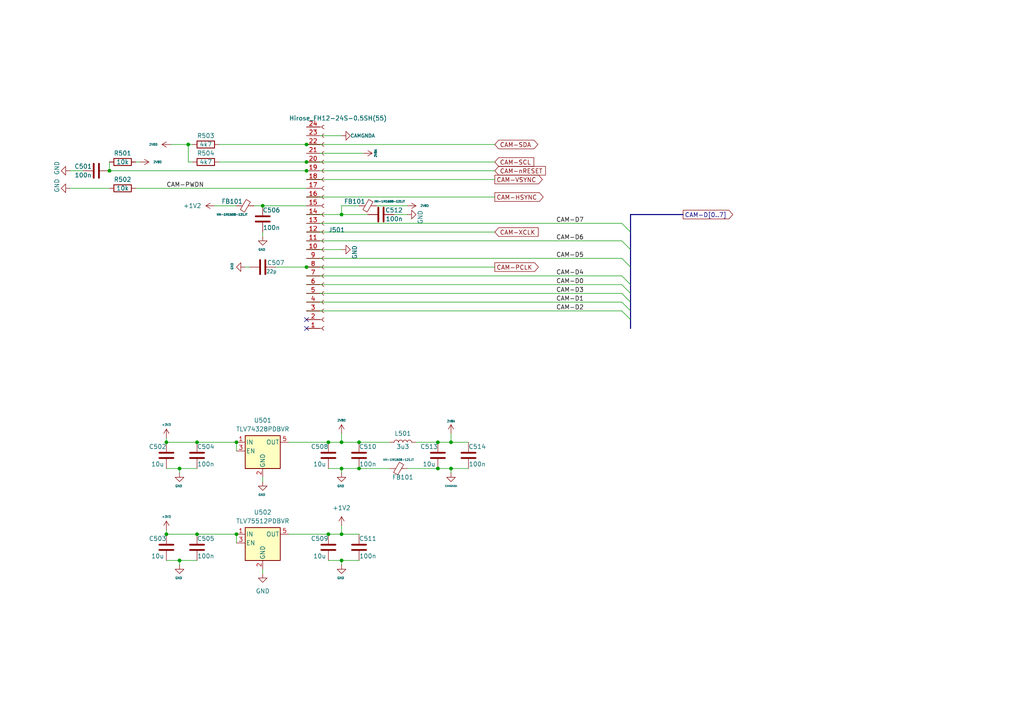
<source format=kicad_sch>
(kicad_sch (version 20230121) (generator eeschema)
  (paper "A4")
  (lib_symbols
    (symbol "Connector:Conn_01x24_Socket" (pin_names (offset 1.016) hide)
      (property "Reference" "J" (at 0 30.48 0))
      (property "Value" "Conn_01x24_Socket" (at 0 -33.02 0))
      (symbol "Conn_01x24_Socket_1_1"
        (arc (start 0 -29.972) (mid -0.5058 -30.48) (end 0 -30.988) (stroke (width 0.1524)))
        (arc (start 0 -27.432) (mid -0.5058 -27.94) (end 0 -28.448) (stroke (width 0.1524)))
        (arc (start 0 -24.892) (mid -0.5058 -25.4) (end 0 -25.908) (stroke (width 0.1524)))
        (arc (start 0 -22.352) (mid -0.5058 -22.86) (end 0 -23.368) (stroke (width 0.1524)))
        (arc (start 0 -19.812) (mid -0.5058 -20.32) (end 0 -20.828) (stroke (width 0.1524)))
        (arc (start 0 -17.272) (mid -0.5058 -17.78) (end 0 -18.288) (stroke (width 0.1524)))
        (arc (start 0 -14.732) (mid -0.5058 -15.24) (end 0 -15.748) (stroke (width 0.1524)))
        (arc (start 0 -12.192) (mid -0.5058 -12.7) (end 0 -13.208) (stroke (width 0.1524)))
        (arc (start 0 -9.652) (mid -0.5058 -10.16) (end 0 -10.668) (stroke (width 0.1524)))
        (arc (start 0 -7.112) (mid -0.5058 -7.62) (end 0 -8.128) (stroke (width 0.1524)))
        (arc (start 0 -4.572) (mid -0.5058 -5.08) (end 0 -5.588) (stroke (width 0.1524)))
        (arc (start 0 -2.032) (mid -0.5058 -2.54) (end 0 -3.048) (stroke (width 0.1524)))
        (polyline (pts (xy -1.27 -30.48) (xy -0.508 -30.48)) (stroke (width 0.1524)))
        (polyline (pts (xy -1.27 -27.94) (xy -0.508 -27.94)) (stroke (width 0.1524)))
        (polyline (pts (xy -1.27 -25.4) (xy -0.508 -25.4)) (stroke (width 0.1524)))
        (polyline (pts (xy -1.27 -22.86) (xy -0.508 -22.86)) (stroke (width 0.1524)))
        (polyline (pts (xy -1.27 -20.32) (xy -0.508 -20.32)) (stroke (width 0.1524)))
        (polyline (pts (xy -1.27 -17.78) (xy -0.508 -17.78)) (stroke (width 0.1524)))
        (polyline (pts (xy -1.27 -15.24) (xy -0.508 -15.24)) (stroke (width 0.1524)))
        (polyline (pts (xy -1.27 -12.7) (xy -0.508 -12.7)) (stroke (width 0.1524)))
        (polyline (pts (xy -1.27 -10.16) (xy -0.508 -10.16)) (stroke (width 0.1524)))
        (polyline (pts (xy -1.27 -7.62) (xy -0.508 -7.62)) (stroke (width 0.1524)))
        (polyline (pts (xy -1.27 -5.08) (xy -0.508 -5.08)) (stroke (width 0.1524)))
        (polyline (pts (xy -1.27 -2.54) (xy -0.508 -2.54)) (stroke (width 0.1524)))
        (polyline (pts (xy -1.27 0) (xy -0.508 0)) (stroke (width 0.1524)))
        (polyline (pts (xy -1.27 2.54) (xy -0.508 2.54)) (stroke (width 0.1524)))
        (polyline (pts (xy -1.27 5.08) (xy -0.508 5.08)) (stroke (width 0.1524)))
        (polyline (pts (xy -1.27 7.62) (xy -0.508 7.62)) (stroke (width 0.1524)))
        (polyline (pts (xy -1.27 10.16) (xy -0.508 10.16)) (stroke (width 0.1524)))
        (polyline (pts (xy -1.27 12.7) (xy -0.508 12.7)) (stroke (width 0.1524)))
        (polyline (pts (xy -1.27 15.24) (xy -0.508 15.24)) (stroke (width 0.1524)))
        (polyline (pts (xy -1.27 17.78) (xy -0.508 17.78)) (stroke (width 0.1524)))
        (polyline (pts (xy -1.27 20.32) (xy -0.508 20.32)) (stroke (width 0.1524)))
        (polyline (pts (xy -1.27 22.86) (xy -0.508 22.86)) (stroke (width 0.1524)))
        (polyline (pts (xy -1.27 25.4) (xy -0.508 25.4)) (stroke (width 0.1524)))
        (polyline (pts (xy -1.27 27.94) (xy -0.508 27.94)) (stroke (width 0.1524)))
        (arc (start 0 0.508) (mid -0.5058 0) (end 0 -0.508) (stroke (width 0.1524)))
        (arc (start 0 3.048) (mid -0.5058 2.54) (end 0 2.032) (stroke (width 0.1524)))
        (arc (start 0 5.588) (mid -0.5058 5.08) (end 0 4.572) (stroke (width 0.1524)))
        (arc (start 0 8.128) (mid -0.5058 7.62) (end 0 7.112) (stroke (width 0.1524)))
        (arc (start 0 10.668) (mid -0.5058 10.16) (end 0 9.652) (stroke (width 0.1524)))
        (arc (start 0 13.208) (mid -0.5058 12.7) (end 0 12.192) (stroke (width 0.1524)))
        (arc (start 0 15.748) (mid -0.5058 15.24) (end 0 14.732) (stroke (width 0.1524)))
        (arc (start 0 18.288) (mid -0.5058 17.78) (end 0 17.272) (stroke (width 0.1524)))
        (arc (start 0 20.828) (mid -0.5058 20.32) (end 0 19.812) (stroke (width 0.1524)))
        (arc (start 0 23.368) (mid -0.5058 22.86) (end 0 22.352) (stroke (width 0.1524)))
        (arc (start 0 25.908) (mid -0.5058 25.4) (end 0 24.892) (stroke (width 0.1524)))
        (arc (start 0 28.448) (mid -0.5058 27.94) (end 0 27.432) (stroke (width 0.1524)))
        (pin passive line (at -5.08 27.94 0) (length 3.81) (name "Pin_1") (number "1"))
        (pin passive line (at -5.08 5.08 0) (length 3.81) (name "Pin_10") (number "10"))
        (pin passive line (at -5.08 2.54 0) (length 3.81) (name "Pin_11") (number "11"))
        (pin passive line (at -5.08 0 0) (length 3.81) (name "Pin_12") (number "12"))
        (pin passive line (at -5.08 -2.54 0) (length 3.81) (name "Pin_13") (number "13"))
        (pin passive line (at -5.08 -5.08 0) (length 3.81) (name "Pin_14") (number "14"))
        (pin passive line (at -5.08 -7.62 0) (length 3.81) (name "Pin_15") (number "15"))
        (pin passive line (at -5.08 -10.16 0) (length 3.81) (name "Pin_16") (number "16"))
        (pin passive line (at -5.08 -12.7 0) (length 3.81) (name "Pin_17") (number "17"))
        (pin passive line (at -5.08 -15.24 0) (length 3.81) (name "Pin_18") (number "18"))
        (pin passive line (at -5.08 -17.78 0) (length 3.81) (name "Pin_19") (number "19"))
        (pin passive line (at -5.08 25.4 0) (length 3.81) (name "Pin_2") (number "2"))
        (pin passive line (at -5.08 -20.32 0) (length 3.81) (name "Pin_20") (number "20"))
        (pin passive line (at -5.08 -22.86 0) (length 3.81) (name "Pin_21") (number "21"))
        (pin passive line (at -5.08 -25.4 0) (length 3.81) (name "Pin_22") (number "22"))
        (pin passive line (at -5.08 -27.94 0) (length 3.81) (name "Pin_23") (number "23"))
        (pin passive line (at -5.08 -30.48 0) (length 3.81) (name "Pin_24") (number "24"))
        (pin passive line (at -5.08 22.86 0) (length 3.81) (name "Pin_3") (number "3"))
        (pin passive line (at -5.08 20.32 0) (length 3.81) (name "Pin_4") (number "4"))
        (pin passive line (at -5.08 17.78 0) (length 3.81) (name "Pin_5") (number "5"))
        (pin passive line (at -5.08 15.24 0) (length 3.81) (name "Pin_6") (number "6"))
        (pin passive line (at -5.08 12.7 0) (length 3.81) (name "Pin_7") (number "7"))
        (pin passive line (at -5.08 10.16 0) (length 3.81) (name "Pin_8") (number "8"))
        (pin passive line (at -5.08 7.62 0) (length 3.81) (name "Pin_9") (number "9"))
      )
    )
    (symbol "Device:C" (pin_numbers hide) (pin_names (offset 0.254))
      (property "Reference" "C" (at 0.635 2.54 0))
      (property "Value" "C" (at 0.635 -2.54 0))
      (symbol "C_0_1"
        (polyline (pts (xy -2.032 -0.762) (xy 2.032 -0.762)) (stroke (width 0.508)))
        (polyline (pts (xy -2.032 0.762) (xy 2.032 0.762)) (stroke (width 0.508)))
      )
      (symbol "C_1_1"
        (pin passive line (at 0 3.81 270) (length 2.794) (name "~") (number "1"))
        (pin passive line (at 0 -3.81 90) (length 2.794) (name "~") (number "2"))
      )
    )
    (symbol "Device:Ferrite_Bead_Small" (pin_numbers hide) (pin_names (offset 0))
      (property "Reference" "FB" (at 1.905 1.27 0))
      (property "Value" "Device_Ferrite_Bead_Small" (at 1.905 -1.27 0))
      (symbol "Ferrite_Bead_Small_0_1"
        (polyline (pts (xy 0 -1.27) (xy 0 -0.7874)))
        (polyline (pts (xy 0 0.889) (xy 0 1.2954)))
        (polyline (pts (xy -1.8288 0.2794) (xy -1.1176 1.4986) (xy 1.8288 -0.2032) (xy 1.1176 -1.4224) (xy -1.8288 0.2794)))
      )
      (symbol "Ferrite_Bead_Small_1_1"
        (pin passive line (at 0 2.54 270) (length 1.27) (name "~") (number "1"))
        (pin passive line (at 0 -2.54 90) (length 1.27) (name "~") (number "2"))
      )
    )
    (symbol "Device:L" (pin_numbers hide) (pin_names (offset 1.016) hide)
      (property "Reference" "L" (at -1.27 0 90))
      (property "Value" "L" (at 1.905 0 90))
      (symbol "L_0_1"
        (arc (start 0 -2.54) (mid 0.6323 -1.905) (end 0 -1.27))
        (arc (start 0 -1.27) (mid 0.6323 -0.635) (end 0 0))
        (arc (start 0 0) (mid 0.6323 0.635) (end 0 1.27))
        (arc (start 0 1.27) (mid 0.6323 1.905) (end 0 2.54))
      )
      (symbol "L_1_1"
        (pin passive line (at 0 3.81 270) (length 1.27) (name "1") (number "1"))
        (pin passive line (at 0 -3.81 90) (length 1.27) (name "2") (number "2"))
      )
    )
    (symbol "Device:R" (pin_numbers hide) (pin_names (offset 0))
      (property "Reference" "R" (at 2.032 0 90))
      (property "Value" "R" (at 0 0 90))
      (symbol "R_0_1"
        (rectangle (start -1.016 -2.54) (end 1.016 2.54) (stroke (width 0.254)))
      )
      (symbol "R_1_1"
        (pin passive line (at 0 3.81 270) (length 1.27) (name "~") (number "1"))
        (pin passive line (at 0 -3.81 90) (length 1.27) (name "~") (number "2"))
      )
    )
    (symbol "Project_Specific_Power:+2V8A" (power) (pin_names (offset 0))
      (property "Value" "+2V8A" (at 0 3.556 0))
      (symbol "+2V8A_0_1"
        (polyline (pts (xy -0.762 1.27) (xy 0 2.54)))
        (polyline (pts (xy 0 0) (xy 0 2.54)))
        (polyline (pts (xy 0 2.54) (xy 0.762 1.27)))
      )
      (symbol "+2V8A_1_1"
        (pin power_in line (at 0 0 90) (length 0) hide (name "2V8A") (number "1"))
      )
    )
    (symbol "Project_Specific_Power:+2V8D" (power) (pin_names (offset 0))
      (property "Value" "+2V8D" (at 0 3.556 0))
      (symbol "+2V8D_0_1"
        (polyline (pts (xy -0.762 1.27) (xy 0 2.54)))
        (polyline (pts (xy 0 0) (xy 0 2.54)))
        (polyline (pts (xy 0 2.54) (xy 0.762 1.27)))
      )
      (symbol "+2V8D_1_1"
        (pin power_in line (at 0 0 90) (length 0) hide (name "2V8D") (number "1"))
      )
    )
    (symbol "Project_Specific_Power:+3V3" (power) (pin_names (offset 0))
      (property "Value" "+3V3" (at 0 3.175 0))
      (symbol "+3V3_0_1"
        (polyline (pts (xy -0.762 1.27) (xy 0 2.54)))
        (polyline (pts (xy 0 0) (xy 0 2.54)))
        (polyline (pts (xy 0 2.54) (xy 0.762 1.27)))
      )
      (symbol "+3V3_1_1"
        (pin power_in line (at 0 0 90) (length 0) hide (name "+3V3") (number "1"))
      )
    )
    (symbol "Project_Specific_Power:CAM_GNDA" (power) (pin_names (offset 0))
      (property "Value" "CAM_GNDA" (at 0 -2.9972 0))
      (symbol "CAM_GNDA_0_1"
        (polyline (pts (xy 0 0) (xy 0 -1.27) (xy 1.27 -1.27) (xy 0 -2.54) (xy -1.27 -1.27) (xy 0 -1.27)))
      )
      (symbol "CAM_GNDA_1_1"
        (pin power_in line (at 0 0 270) (length 0) hide (name "CAMGNDA") (number "1"))
      )
    )
    (symbol "Regulator_Linear:TLV70215_SOT23-5" (pin_names (offset 0.254))
      (property "Reference" "U" (at -3.81 5.715 0))
      (property "Value" "TLV70215_SOT23-5" (at 0 5.715 0))
      (symbol "TLV70215_SOT23-5_0_1"
        (rectangle (start -5.08 4.445) (end 5.08 -5.08) (stroke (width 0.254)) (fill (type background)))
      )
      (symbol "TLV70215_SOT23-5_1_1"
        (pin power_in line (at -7.62 2.54 0) (length 2.54) (name "IN") (number "1"))
        (pin power_in line (at 0 -7.62 90) (length 2.54) (name "GND") (number "2"))
        (pin input line (at -7.62 0 0) (length 2.54) (name "EN") (number "3"))
        (pin no_connect line (at 5.08 0 180) (length 2.54) hide (name "NC") (number "4"))
        (pin power_out line (at 7.62 2.54 180) (length 2.54) (name "OUT") (number "5"))
      )
    )
    (symbol "power:+1V2" (power) (pin_names (offset 0))
      (property "Value" "+1V2" (at 0 3.556 0))
      (symbol "+1V2_0_1"
        (polyline (pts (xy -0.762 1.27) (xy 0 2.54)))
        (polyline (pts (xy 0 0) (xy 0 2.54)))
        (polyline (pts (xy 0 2.54) (xy 0.762 1.27)))
      )
      (symbol "+1V2_1_1"
        (pin power_in line (at 0 0 90) (length 0) hide (name "+1V2") (number "1"))
      )
    )
    (symbol "power:GND" (power) (pin_names (offset 0))
      (property "Value" "GND" (at 0 -3.81 0))
      (symbol "GND_0_1"
        (polyline (pts (xy 0 0) (xy 0 -1.27) (xy 1.27 -1.27) (xy 0 -2.54) (xy -1.27 -1.27) (xy 0 -1.27)))
      )
      (symbol "GND_1_1"
        (pin power_in line (at 0 0 270) (length 0) hide (name "GND") (number "1"))
      )
    )
  )
  (junction (at 99.06 162.56))
  (junction (at 130.81 135.89))
  (junction (at 130.81 128.27))
  (junction (at 88.9 49.53))
  (junction (at 99.06 128.27))
  (junction (at 57.15 154.94))
  (junction (at 48.26 128.27))
  (junction (at 88.9 46.99))
  (junction (at 31.75 49.53))
  (junction (at 68.58 154.94))
  (junction (at 99.06 135.89))
  (junction (at 99.06 154.94))
  (junction (at 127 135.89))
  (junction (at 54.61 41.91))
  (junction (at 48.26 154.94))
  (junction (at 68.58 128.27))
  (junction (at 52.07 162.56))
  (junction (at 99.06 62.23))
  (junction (at 52.07 135.89))
  (junction (at 104.14 128.27))
  (junction (at 76.2 59.69))
  (junction (at 104.14 135.89))
  (junction (at 57.15 128.27))
  (junction (at 127 128.27))
  (junction (at 95.25 154.94))
  (junction (at 88.9 77.47))
  (junction (at 95.25 128.27))
  (junction (at 88.9 41.91))
  (no_connect (at 88.9 92.71))
  (no_connect (at 88.9 95.25))
  (bus_entry (at 180.34 80.01) (size 2.54 2.54))
  (bus_entry (at 180.34 90.17) (size 2.54 2.54))
  (bus_entry (at 180.34 74.93) (size 2.54 2.54))
  (bus_entry (at 180.34 64.77) (size 2.54 2.54))
  (bus_entry (at 180.34 87.63) (size 2.54 2.54))
  (bus_entry (at 180.34 82.55) (size 2.54 2.54))
  (bus_entry (at 180.34 69.85) (size 2.54 2.54))
  (bus_entry (at 180.34 85.09) (size 2.54 2.54))
  (wire (pts (xy 88.9 64.77) (xy 180.34 64.77)))
  (wire (pts (xy 99.06 59.69) (xy 99.06 62.23)))
  (wire (pts (xy 88.9 39.37) (xy 99.06 39.37)))
  (wire (pts (xy 31.75 49.53) (xy 31.75 46.99)))
  (wire (pts (xy 88.9 57.15) (xy 143.51 57.15)))
  (wire (pts (xy 48.26 127) (xy 48.26 128.27)))
  (bus (pts (xy 182.88 67.31) (xy 182.88 62.23)))
  (wire (pts (xy 118.11 135.89) (xy 127 135.89)))
  (wire (pts (xy 20.32 49.53) (xy 24.13 49.53)))
  (wire (pts (xy 99.06 154.94) (xy 104.14 154.94)))
  (wire (pts (xy 99.06 162.56) (xy 104.14 162.56)))
  (bus (pts (xy 182.88 90.17) (xy 182.88 87.63)))
  (wire (pts (xy 88.9 52.07) (xy 143.51 52.07)))
  (wire (pts (xy 88.9 80.01) (xy 180.34 80.01)))
  (wire (pts (xy 104.14 128.27) (xy 113.03 128.27)))
  (wire (pts (xy 48.26 135.89) (xy 52.07 135.89)))
  (wire (pts (xy 52.07 162.56) (xy 52.07 163.83)))
  (wire (pts (xy 52.07 162.56) (xy 57.15 162.56)))
  (wire (pts (xy 83.82 128.27) (xy 95.25 128.27)))
  (wire (pts (xy 73.66 59.69) (xy 76.2 59.69)))
  (bus (pts (xy 182.88 62.23) (xy 198.12 62.23)))
  (wire (pts (xy 57.15 128.27) (xy 68.58 128.27)))
  (wire (pts (xy 76.2 59.69) (xy 88.9 59.69)))
  (wire (pts (xy 95.25 128.27) (xy 99.06 128.27)))
  (wire (pts (xy 114.3 62.23) (xy 118.11 62.23)))
  (bus (pts (xy 182.88 92.71) (xy 182.88 90.17)))
  (wire (pts (xy 99.06 128.27) (xy 104.14 128.27)))
  (wire (pts (xy 130.81 125.73) (xy 130.81 128.27)))
  (wire (pts (xy 99.06 162.56) (xy 99.06 163.83)))
  (wire (pts (xy 99.06 125.73) (xy 99.06 128.27)))
  (wire (pts (xy 48.26 153.67) (xy 48.26 154.94)))
  (wire (pts (xy 99.06 135.89) (xy 99.06 137.16)))
  (wire (pts (xy 88.9 85.09) (xy 180.34 85.09)))
  (bus (pts (xy 182.88 72.39) (xy 182.88 67.31)))
  (wire (pts (xy 31.75 49.53) (xy 88.9 49.53)))
  (wire (pts (xy 63.5 46.99) (xy 88.9 46.99)))
  (wire (pts (xy 88.9 46.99) (xy 143.51 46.99)))
  (wire (pts (xy 48.26 154.94) (xy 57.15 154.94)))
  (wire (pts (xy 104.14 59.69) (xy 99.06 59.69)))
  (bus (pts (xy 182.88 77.47) (xy 182.88 72.39)))
  (wire (pts (xy 39.37 46.99) (xy 40.64 46.99)))
  (wire (pts (xy 88.9 69.85) (xy 180.34 69.85)))
  (wire (pts (xy 55.88 46.99) (xy 54.61 46.99)))
  (bus (pts (xy 182.88 95.25) (xy 182.88 92.71)))
  (wire (pts (xy 39.37 54.61) (xy 88.9 54.61)))
  (wire (pts (xy 95.25 135.89) (xy 99.06 135.89)))
  (wire (pts (xy 52.07 135.89) (xy 57.15 135.89)))
  (wire (pts (xy 104.14 135.89) (xy 113.03 135.89)))
  (wire (pts (xy 127 135.89) (xy 130.81 135.89)))
  (wire (pts (xy 130.81 128.27) (xy 135.89 128.27)))
  (wire (pts (xy 88.9 82.55) (xy 180.34 82.55)))
  (wire (pts (xy 88.9 77.47) (xy 143.51 77.47)))
  (wire (pts (xy 71.12 77.47) (xy 72.39 77.47)))
  (wire (pts (xy 88.9 67.31) (xy 143.51 67.31)))
  (wire (pts (xy 76.2 138.43) (xy 76.2 139.7)))
  (wire (pts (xy 76.2 165.1) (xy 76.2 166.37)))
  (bus (pts (xy 182.88 85.09) (xy 182.88 82.55)))
  (wire (pts (xy 88.9 72.39) (xy 99.06 72.39)))
  (wire (pts (xy 88.9 90.17) (xy 180.34 90.17)))
  (wire (pts (xy 57.15 154.94) (xy 68.58 154.94)))
  (wire (pts (xy 130.81 135.89) (xy 135.89 135.89)))
  (wire (pts (xy 83.82 154.94) (xy 95.25 154.94)))
  (wire (pts (xy 99.06 152.4) (xy 99.06 154.94)))
  (wire (pts (xy 62.23 59.69) (xy 68.58 59.69)))
  (wire (pts (xy 95.25 154.94) (xy 99.06 154.94)))
  (wire (pts (xy 99.06 62.23) (xy 106.68 62.23)))
  (wire (pts (xy 68.58 128.27) (xy 68.58 130.81)))
  (wire (pts (xy 80.01 77.47) (xy 88.9 77.47)))
  (wire (pts (xy 88.9 62.23) (xy 99.06 62.23)))
  (wire (pts (xy 49.53 41.91) (xy 54.61 41.91)))
  (wire (pts (xy 52.07 135.89) (xy 52.07 137.16)))
  (wire (pts (xy 68.58 154.94) (xy 68.58 157.48)))
  (wire (pts (xy 88.9 87.63) (xy 180.34 87.63)))
  (wire (pts (xy 127 128.27) (xy 130.81 128.27)))
  (wire (pts (xy 99.06 135.89) (xy 104.14 135.89)))
  (wire (pts (xy 88.9 49.53) (xy 143.51 49.53)))
  (wire (pts (xy 76.2 67.31) (xy 76.2 68.58)))
  (wire (pts (xy 109.22 59.69) (xy 118.11 59.69)))
  (wire (pts (xy 130.81 135.89) (xy 130.81 137.16)))
  (wire (pts (xy 48.26 128.27) (xy 57.15 128.27)))
  (wire (pts (xy 88.9 44.45) (xy 105.41 44.45)))
  (wire (pts (xy 54.61 41.91) (xy 54.61 46.99)))
  (wire (pts (xy 63.5 41.91) (xy 88.9 41.91)))
  (wire (pts (xy 88.9 74.93) (xy 180.34 74.93)))
  (bus (pts (xy 182.88 87.63) (xy 182.88 85.09)))
  (wire (pts (xy 48.26 162.56) (xy 52.07 162.56)))
  (wire (pts (xy 120.65 128.27) (xy 127 128.27)))
  (wire (pts (xy 20.32 54.61) (xy 31.75 54.61)))
  (wire (pts (xy 88.9 41.91) (xy 143.51 41.91)))
  (wire (pts (xy 95.25 162.56) (xy 99.06 162.56)))
  (bus (pts (xy 182.88 82.55) (xy 182.88 77.47)))
  (wire (pts (xy 54.61 41.91) (xy 55.88 41.91)))
  (label "CAM-D6" (at 161.29 69.85 0))
  (label "CAM-D2" (at 161.29 90.17 0))
  (label "CAM-D3" (at 161.29 85.09 0))
  (label "CAM-D4" (at 161.29 80.01 0))
  (label "CAM-PWDN" (at 48.26 54.61 0))
  (label "CAM-D0" (at 161.29 82.55 0))
  (label "CAM-D1" (at 161.29 87.63 0))
  (label "CAM-D5" (at 161.29 74.93 0))
  (label "CAM-D7" (at 161.29 64.77 0))
  (global_label "CAM-HSYNC" (shape output) (at 143.51 57.15 0) (property "Intersheetrefs" "${INTERSHEET_REFS}" (at 158.0273 57.15 0) (effects (justify left))))
  (global_label "CAM-VSYNC" (shape output) (at 143.51 52.07 0) (property "Intersheetrefs" "${INTERSHEET_REFS}" (at 157.7854 52.07 0) (effects (justify left))))
  (global_label "CAM-D[0..7]" (shape output) (at 198.12 62.23 0) (property "Intersheetrefs" "${INTERSHEET_REFS}" (at 213.0796 62.23 0) (effects (justify left))))
  (global_label "CAM-XCLK" (shape input) (at 143.51 67.31 0) (property "Intersheetrefs" "${INTERSHEET_REFS}" (at 156.5758 67.31 0) (effects (justify left))))
  (global_label "CAM-SDA" (shape bidirectional) (at 143.51 41.91 0) (property "Intersheetrefs" "${INTERSHEET_REFS}" (at 156.4776 41.91 0) (effects (justify left))))
  (global_label "CAM-nRESET" (shape input) (at 143.51 49.53 0) (property "Intersheetrefs" "${INTERSHEET_REFS}" (at 158.6923 49.53 0) (effects (justify left))))
  (global_label "CAM-PCLK" (shape output) (at 143.51 77.47 0) (property "Intersheetrefs" "${INTERSHEET_REFS}" (at 156.6363 77.47 0) (effects (justify left))))
  (global_label "CAM-SCL" (shape input) (at 143.51 46.99 0) (property "Intersheetrefs" "${INTERSHEET_REFS}" (at 155.3058 46.99 0) (effects (justify left))))
  (symbol (lib_id "power:GND") (at 76.2 166.37 0) (unit 1)
    (property "Reference" "#PWR0513" (effects hide))
    (property "Value" "GND" (at 76.2 171.45 0))
  )
  (symbol (lib_id "Project_Specific_Power:+2V8A") (at 130.81 125.73 0) (unit 1)
    (property "Reference" "#PWR0523" (effects hide))
    (property "Value" "+2V8A" (at 130.81 122.174 0) (effects (font (size 0.635 0.635))))
  )
  (symbol (lib_id "power:GND") (at 99.06 163.83 0) (unit 1)
    (property "Reference" "#PWR0519" (effects hide))
    (property "Value" "GND" (at 97.79 167.64 0) (effects (font (size 0.635 0.635)) (justify left)))
  )
  (symbol (lib_id "Project_Specific_Power:CAM_GNDA") (at 130.81 137.16 0) (unit 1)
    (property "Reference" "#PWR0524" (effects hide))
    (property "Value" "CAM_GNDA" (at 130.81 140.97 0) (effects (font (size 0.508 0.508))))
  )
  (symbol (lib_id "Project_Specific_Power:+2V8A") (at 105.41 44.45 270) (unit 1)
    (property "Reference" "#PWR0520" (effects hide))
    (property "Value" "+2V8A" (at 108.966 44.45 0) (effects (font (size 0.635 0.635))))
  )
  (symbol (lib_id "Regulator_Linear:TLV70215_SOT23-5") (at 76.2 157.48 0) (unit 1)
    (property "Reference" "U502" (at 76.2 148.59 0))
    (property "Value" "TLV75512PDBVR" (at 76.2 151.13 0))
    (property "Footprint" "Package_TO_SOT_SMD:SOT-23-5" (effects hide))
    (property "Datasheet" "https://www.ti.com/lit/ds/symlink/tlv743p.pdf" (effects hide))
  )
  (symbol (lib_id "Device:R") (at 59.69 41.91 90) (unit 1)
    (property "Reference" "R503" (at 59.69 39.37 90))
    (property "Value" "4k7" (at 59.69 41.91 90))
    (property "Footprint" "Resistor_SMD:R_0402_1005Metric" (effects hide))
  )
  (symbol (lib_id "power:+1V2") (at 62.23 59.69 90) (unit 1)
    (property "Reference" "#PWR0509" (effects hide))
    (property "Value" "+1V2" (at 58.42 59.69 90) (effects (justify left)))
  )
  (symbol (lib_id "Project_Specific_Power:+3V3") (at 48.26 153.67 0) (unit 1)
    (property "Reference" "#PWR0505" (effects hide))
    (property "Value" "+3V3" (at 48.26 149.86 0) (effects (font (size 0.635 0.635))))
  )
  (symbol (lib_id "Device:C") (at 104.14 132.08 180) (unit 1)
    (property "Reference" "C510" (at 106.68 129.54 0))
    (property "Value" "100n" (at 106.68 134.62 0))
    (property "Footprint" "Capacitor_SMD:C_0402_1005Metric" (effects hide))
  )
  (symbol (lib_id "Device:C") (at 27.94 49.53 270) (unit 1)
    (property "Reference" "C501" (at 24.13 48.26 90))
    (property "Value" "100n" (at 24.13 50.8 90))
    (property "Footprint" "Capacitor_SMD:C_0402_1005Metric" (effects hide))
  )
  (symbol (lib_id "Device:C") (at 104.14 158.75 180) (unit 1)
    (property "Reference" "C511" (at 106.68 156.21 0))
    (property "Value" "100n" (at 106.68 161.29 0))
    (property "Footprint" "Capacitor_SMD:C_0402_1005Metric" (effects hide))
  )
  (symbol (lib_id "Device:C") (at 57.15 158.75 180) (unit 1)
    (property "Reference" "C505" (at 59.69 156.21 0))
    (property "Value" "100n" (at 59.69 161.29 0))
    (property "Footprint" "Capacitor_SMD:C_0402_1005Metric" (effects hide))
  )
  (symbol (lib_id "power:GND") (at 20.32 54.61 270) (unit 1)
    (property "Reference" "#PWR0502" (effects hide))
    (property "Value" "GND" (at 16.51 55.88 0) (effects (justify right)))
  )
  (symbol (lib_id "power:GND") (at 71.12 77.47 270) (unit 1)
    (property "Reference" "#PWR0510" (effects hide))
    (property "Value" "GND" (at 67.31 76.2 0) (effects (font (size 0.635 0.635)) (justify left)))
  )
  (symbol (lib_id "Device:Ferrite_Bead_Small") (at 115.57 135.89 270) (unit 1)
    (property "Reference" "FB101" (at 116.84 138.43 90))
    (property "Value" "HH-1M1608-121JT" (at 115.57 133.35 90) (effects (font (size 0.6 0.6))))
    (property "Footprint" "Project_Specific_Passives:FB_0603_1608Metric" (effects hide))
    (instances (project "gateway-LoRa-T1L" (path "" (reference "FB101") (unit 1))) (project "ToffeeCam" (path "" (reference "FB1") (unit 1)) (path "" (reference "FB203") (unit 1)) (path "" (reference "FB503") (unit 1))))
  )
  (symbol (lib_id "Regulator_Linear:TLV70215_SOT23-5") (at 76.2 130.81 0) (unit 1)
    (property "Reference" "U501" (at 76.2 121.92 0))
    (property "Value" "TLV74328PDBVR" (at 76.2 124.46 0))
    (property "Footprint" "Package_TO_SOT_SMD:SOT-23-5" (effects hide))
    (property "Datasheet" "https://www.ti.com/lit/ds/symlink/tlv743p.pdf" (effects hide))
  )
  (symbol (lib_id "power:GND") (at 118.11 62.23 90) (unit 1)
    (property "Reference" "#PWR0522" (effects hide))
    (property "Value" "GND" (at 121.92 60.96 0) (effects (justify right)))
  )
  (symbol (lib_id "Device:R") (at 59.69 46.99 90) (unit 1)
    (property "Reference" "R504" (at 59.69 44.45 90))
    (property "Value" "4k7" (at 59.69 46.99 90))
    (property "Footprint" "Resistor_SMD:R_0402_1005Metric" (effects hide))
  )
  (symbol (lib_id "power:GND") (at 52.07 137.16 0) (unit 1)
    (property "Reference" "#PWR0507" (effects hide))
    (property "Value" "GND" (at 50.8 140.97 0) (effects (font (size 0.635 0.635)) (justify left)))
  )
  (symbol (lib_id "Device:C") (at 135.89 132.08 180) (unit 1)
    (property "Reference" "C514" (at 138.43 129.54 0))
    (property "Value" "100n" (at 138.43 134.62 0))
    (property "Footprint" "Capacitor_SMD:C_0402_1005Metric" (effects hide))
  )
  (symbol (lib_id "Device:C") (at 95.25 158.75 180) (unit 1)
    (property "Reference" "C509" (at 92.71 156.21 0))
    (property "Value" "10u" (at 92.71 161.29 0))
    (property "Footprint" "Capacitor_SMD:C_0603_1608Metric" (effects hide))
  )
  (symbol (lib_id "power:GND") (at 76.2 139.7 0) (unit 1)
    (property "Reference" "#PWR0512" (effects hide))
    (property "Value" "GND" (at 74.93 143.51 0) (effects (font (size 0.635 0.635)) (justify left)))
  )
  (symbol (lib_id "Device:Ferrite_Bead_Small") (at 71.12 59.69 270) (unit 1)
    (property "Reference" "FB101" (at 67.31 58.42 90))
    (property "Value" "HH-1M1608-121JT" (at 67.31 62.23 90) (effects (font (size 0.6 0.6))))
    (property "Footprint" "Project_Specific_Passives:FB_0603_1608Metric" (effects hide))
    (instances (project "gateway-LoRa-T1L" (path "" (reference "FB101") (unit 1))) (project "ToffeeCam" (path "" (reference "FB1") (unit 1)) (path "" (reference "FB201") (unit 1)) (path "" (reference "FB501") (unit 1))))
  )
  (symbol (lib_id "power:GND") (at 20.32 49.53 270) (unit 1)
    (property "Reference" "#PWR0501" (effects hide))
    (property "Value" "GND" (at 16.51 50.8 0) (effects (justify right)))
  )
  (symbol (lib_id "Project_Specific_Power:+2V8D") (at 118.11 59.69 270) (unit 1)
    (property "Reference" "#PWR0521" (effects hide))
    (property "Value" "+2V8D" (at 121.92 59.69 90) (effects (font (size 0.635 0.635)) (justify left)))
  )
  (symbol (lib_id "Device:C") (at 76.2 77.47 90) (unit 1)
    (property "Reference" "C507" (at 80.01 76.2 90))
    (property "Value" "22p" (at 78.74 78.74 90) (effects (font (size 1.016 1.016))))
    (property "Footprint" "Capacitor_SMD:C_0402_1005Metric" (effects hide))
  )
  (symbol (lib_id "Project_Specific_Power:+2V8D") (at 99.06 125.73 0) (unit 1)
    (property "Reference" "#PWR0516" (effects hide))
    (property "Value" "+2V8D" (at 99.06 121.92 0) (effects (font (size 0.635 0.635))))
  )
  (symbol (lib_id "Device:C") (at 48.26 158.75 180) (unit 1)
    (property "Reference" "C503" (at 45.72 156.21 0))
    (property "Value" "10u" (at 45.72 161.29 0))
    (property "Footprint" "Capacitor_SMD:C_0603_1608Metric" (effects hide))
  )
  (symbol (lib_id "power:GND") (at 99.06 137.16 0) (unit 1)
    (property "Reference" "#PWR0517" (effects hide))
    (property "Value" "GND" (at 97.79 140.97 0) (effects (font (size 0.635 0.635)) (justify left)))
  )
  (symbol (lib_id "Device:C") (at 95.25 132.08 180) (unit 1)
    (property "Reference" "C508" (at 92.71 129.54 0))
    (property "Value" "10u" (at 92.71 134.62 0))
    (property "Footprint" "Capacitor_SMD:C_0603_1608Metric" (effects hide))
  )
  (symbol (lib_id "Project_Specific_Power:CAM_GNDA") (at 99.06 39.37 90) (unit 1)
    (property "Reference" "#PWR0514" (effects hide))
    (property "Value" "CAM_GNDA" (at 101.6 39.37 90) (effects (font (size 1.016 1.016)) (justify right)))
  )
  (symbol (lib_id "Device:R") (at 35.56 54.61 90) (unit 1)
    (property "Reference" "R502" (at 35.56 52.07 90))
    (property "Value" "10k" (at 35.56 54.61 90))
    (property "Footprint" "Resistor_SMD:R_0402_1005Metric" (effects hide))
  )
  (symbol (lib_id "Project_Specific_Power:+3V3") (at 48.26 127 0) (unit 1)
    (property "Reference" "#PWR0504" (effects hide))
    (property "Value" "+3V3" (at 48.26 123.19 0) (effects (font (size 0.635 0.635))))
  )
  (symbol (lib_id "Device:C") (at 110.49 62.23 90) (unit 1)
    (property "Reference" "C512" (at 116.84 60.96 90) (effects (justify left)))
    (property "Value" "100n" (at 116.84 63.5 90) (effects (justify left)))
    (property "Footprint" "Capacitor_SMD:C_0402_1005Metric" (effects hide))
  )
  (symbol (lib_id "Device:R") (at 35.56 46.99 90) (unit 1)
    (property "Reference" "R501" (at 35.56 44.45 90))
    (property "Value" "10k" (at 35.56 46.99 90))
    (property "Footprint" "Resistor_SMD:R_0402_1005Metric" (effects hide))
  )
  (symbol (lib_id "Device:C") (at 76.2 63.5 180) (unit 1)
    (property "Reference" "C506" (at 78.74 60.96 0))
    (property "Value" "100n" (at 78.74 66.04 0))
    (property "Footprint" "Capacitor_SMD:C_0402_1005Metric" (effects hide))
  )
  (symbol (lib_id "Device:C") (at 48.26 132.08 180) (unit 1)
    (property "Reference" "C502" (at 45.72 129.54 0))
    (property "Value" "10u" (at 45.72 134.62 0))
    (property "Footprint" "Capacitor_SMD:C_0603_1608Metric" (effects hide))
  )
  (symbol (lib_id "power:GND") (at 52.07 163.83 0) (unit 1)
    (property "Reference" "#PWR0508" (effects hide))
    (property "Value" "GND" (at 50.8 167.64 0) (effects (font (size 0.635 0.635)) (justify left)))
  )
  (symbol (lib_id "Device:Ferrite_Bead_Small") (at 106.68 59.69 270) (unit 1)
    (property "Reference" "FB101" (at 102.87 58.42 90))
    (property "Value" "HH-1M1608-121JT" (at 113.03 58.42 90) (effects (font (size 0.6 0.6))))
    (property "Footprint" "Project_Specific_Passives:FB_0603_1608Metric" (effects hide))
    (instances (project "gateway-LoRa-T1L" (path "" (reference "FB101") (unit 1))) (project "ToffeeCam" (path "" (reference "FB1") (unit 1)) (path "" (reference "FB201") (unit 1)) (path "" (reference "FB502") (unit 1))))
  )
  (symbol (lib_id "power:GND") (at 76.2 68.58 0) (unit 1)
    (property "Reference" "#PWR0511" (effects hide))
    (property "Value" "GND" (at 74.93 72.39 0) (effects (font (size 0.635 0.635)) (justify left)))
  )
  (symbol (lib_id "Device:L") (at 116.84 128.27 90) (unit 1)
    (property "Reference" "L501" (at 116.84 125.73 90))
    (property "Value" "3u3" (at 116.84 129.54 90))
    (property "Footprint" "Project_Specific_Passives:FB_0603_1608Metric" (effects hide))
  )
  (symbol (lib_id "Project_Specific_Power:+2V8D") (at 40.64 46.99 270) (unit 1)
    (property "Reference" "#PWR0503" (effects hide))
    (property "Value" "+2V8D" (at 44.45 46.99 90) (effects (font (size 0.635 0.635)) (justify left)))
  )
  (symbol (lib_id "power:+1V2") (at 99.06 152.4 0) (unit 1)
    (property "Reference" "#PWR0518" (effects hide))
    (property "Value" "+1V2" (at 99.06 147.32 0))
  )
  (symbol (lib_id "Project_Specific_Power:+2V8D") (at 49.53 41.91 90) (unit 1)
    (property "Reference" "#PWR0506" (effects hide))
    (property "Value" "+2V8D" (at 45.72 41.91 90) (effects (font (size 0.635 0.635)) (justify left)))
  )
  (symbol (lib_id "power:GND") (at 99.06 72.39 90) (unit 1)
    (property "Reference" "#PWR0515" (effects hide))
    (property "Value" "GND" (at 102.87 71.12 0) (effects (justify right)))
  )
  (symbol (lib_id "Connector:Conn_01x24_Socket") (at 93.98 67.31 0) (mirror x) (unit 1)
    (property "Reference" "J501" (at 95.25 66.675 0) (effects (justify left)))
    (property "Value" "Hirose_FH12-24S-0.5SH(55)" (at 83.82 34.29 0) (effects (justify left)))
    (property "Footprint" "Project_Specific_Connectors:Hirose_FH12-24S-0.5SH_1x24-1MP_P0.50mm_Horizontal" (effects hide))
  )
  (symbol (lib_id "Device:C") (at 127 132.08 180) (unit 1)
    (property "Reference" "C513" (at 124.46 129.54 0))
    (property "Value" "10u" (at 124.46 134.62 0))
    (property "Footprint" "Capacitor_SMD:C_0603_1608Metric" (effects hide))
  )
  (symbol (lib_id "Device:C") (at 57.15 132.08 180) (unit 1)
    (property "Reference" "C504" (at 59.69 129.54 0))
    (property "Value" "100n" (at 59.69 134.62 0))
    (property "Footprint" "Capacitor_SMD:C_0402_1005Metric" (effects hide))
  )
)
</source>
